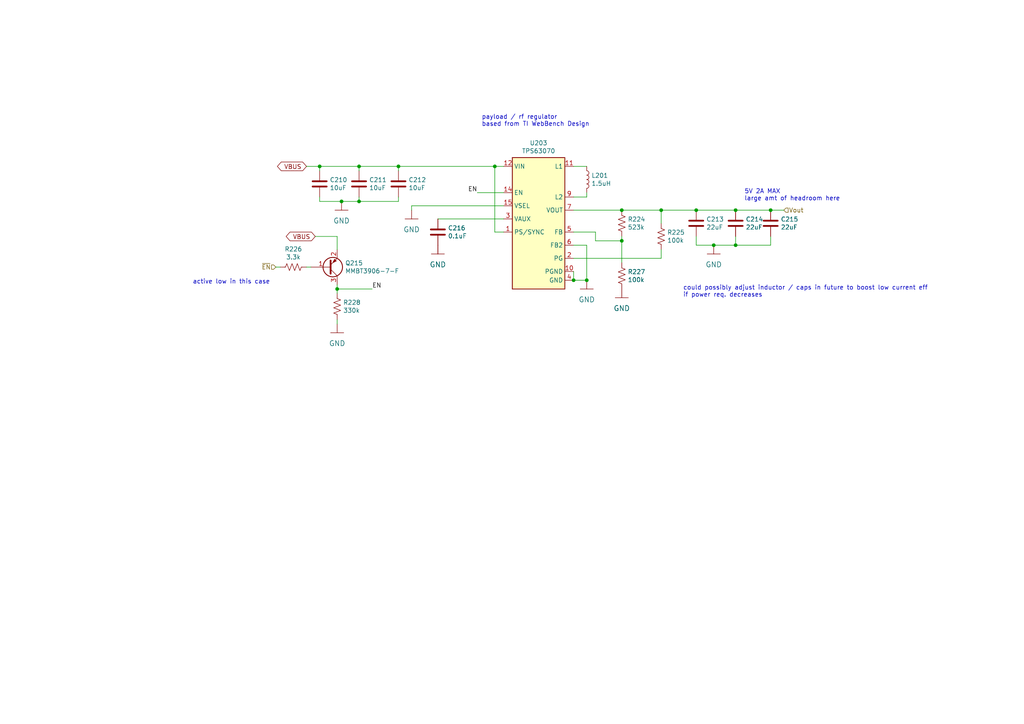
<source format=kicad_sch>
(kicad_sch (version 20211123) (generator eeschema)
  (paper "A4")
  (lib_symbols
    (symbol "mainboard-rescue:C-Device-mainboard-rescue" (pin_numbers hide) (pin_names (offset 0.254))
      (property "Reference" "C" (at 0.635 2.54 0))
      (property "Value" "C-Device-mainboard-rescue" (at 0.635 -2.54 0))
      (symbol "C-Device-mainboard-rescue_0_1"
        (polyline (pts (xy -2.032 -0.762) (xy 2.032 -0.762)) (stroke (width 0.508)))
        (polyline (pts (xy -2.032 0.762) (xy 2.032 0.762)) (stroke (width 0.508)))
      )
      (symbol "C-Device-mainboard-rescue_1_1"
        (pin passive line (at 0 3.81 270) (length 2.794) (name "~") (number "1"))
        (pin passive line (at 0 -3.81 90) (length 2.794) (name "~") (number "2"))
      )
    )
    (symbol "mainboard-rescue:L-Device-mainboard-rescue" (pin_numbers hide) (pin_names (offset 1.016) hide)
      (property "Reference" "L" (at -1.27 0 90))
      (property "Value" "L-Device-mainboard-rescue" (at 1.905 0 90))
      (symbol "L-Device-mainboard-rescue_0_1"
        (arc (start 0 -2.54) (mid 0.635 -1.905) (end 0 -1.27))
        (arc (start 0 -1.27) (mid 0.635 -0.635) (end 0 0))
        (arc (start 0 0) (mid 0.635 0.635) (end 0 1.27))
        (arc (start 0 1.27) (mid 0.635 1.905) (end 0 2.54))
      )
      (symbol "L-Device-mainboard-rescue_1_1"
        (pin passive line (at 0 3.81 270) (length 1.27) (name "1") (number "1"))
        (pin passive line (at 0 -3.81 90) (length 1.27) (name "2") (number "2"))
      )
    )
    (symbol "mainboard-rescue:Q_PNP_BEC-Device-mainboard-rescue" (pin_names (offset 0) hide)
      (property "Reference" "Q" (at 5.08 1.27 0))
      (property "Value" "Q_PNP_BEC-Device-mainboard-rescue" (at 5.08 -1.27 0))
      (symbol "Q_PNP_BEC-Device-mainboard-rescue_0_1"
        (polyline (pts (xy 0.635 0.635) (xy 2.54 2.54)))
        (polyline (pts (xy 0.635 -0.635) (xy 2.54 -2.54) (xy 2.54 -2.54)))
        (polyline (pts (xy 0.635 1.905) (xy 0.635 -1.905) (xy 0.635 -1.905)) (stroke (width 0.508)))
        (polyline (pts (xy 2.286 -1.778) (xy 1.778 -2.286) (xy 1.27 -1.27) (xy 2.286 -1.778) (xy 2.286 -1.778)) (fill (type outline)))
        (circle (center 1.27 0) (radius 2.8194) (stroke (width 0.254)))
      )
      (symbol "Q_PNP_BEC-Device-mainboard-rescue_1_1"
        (pin input line (at -5.08 0 0) (length 5.715) (name "B") (number "1"))
        (pin passive line (at 2.54 -5.08 90) (length 2.54) (name "E") (number "2"))
        (pin passive line (at 2.54 5.08 270) (length 2.54) (name "C") (number "3"))
      )
    )
    (symbol "mainboard-rescue:R_US-Device-mainboard-rescue" (pin_numbers hide) (pin_names (offset 0))
      (property "Reference" "R" (at 2.54 0 90))
      (property "Value" "R_US-Device-mainboard-rescue" (at -2.54 0 90))
      (symbol "R_US-Device-mainboard-rescue_0_1"
        (polyline (pts (xy 0 -2.286) (xy 0 -2.54)))
        (polyline (pts (xy 0 2.286) (xy 0 2.54)))
        (polyline (pts (xy 0 -0.762) (xy 1.016 -1.143) (xy 0 -1.524) (xy -1.016 -1.905) (xy 0 -2.286)))
        (polyline (pts (xy 0 0.762) (xy 1.016 0.381) (xy 0 0) (xy -1.016 -0.381) (xy 0 -0.762)))
        (polyline (pts (xy 0 2.286) (xy 1.016 1.905) (xy 0 1.524) (xy -1.016 1.143) (xy 0 0.762)))
      )
      (symbol "R_US-Device-mainboard-rescue_1_1"
        (pin passive line (at 0 3.81 270) (length 1.27) (name "~") (number "1"))
        (pin passive line (at 0 -3.81 90) (length 1.27) (name "~") (number "2"))
      )
    )
    (symbol "mainboard:GND" (power) (pin_names (offset 1.016))
      (property "Value" "GND" (at -2.54 -2.54 0))
      (symbol "GND_1_0"
        (polyline (pts (xy -1.905 0) (xy 1.905 0)))
        (pin power_in line (at 0 2.54 270) (length 2.54) (name "GND") (number "1"))
      )
    )
    (symbol "mainboard_SLI:TPS63070"
      (property "Reference" "U" (at -7.62 13.97 0))
      (property "Value" "TPS63070" (at 2.54 13.97 0))
      (symbol "TPS63070_0_1"
        (rectangle (start -7.62 12.7) (end 7.62 -25.4) (stroke (width 0.254)) (fill (type background)))
      )
      (symbol "TPS63070_1_1"
        (pin input line (at -10.16 -8.89 0) (length 2.54) (name "PS/SYNC") (number "1"))
        (pin power_in line (at 10.16 -20.32 180) (length 2.54) (name "PGND") (number "10"))
        (pin input line (at 10.16 10.16 180) (length 2.54) (name "L1") (number "11"))
        (pin power_in line (at -10.16 10.16 0) (length 2.54) (name "VIN") (number "12"))
        (pin input line (at -10.16 2.54 0) (length 2.54) (name "EN") (number "14"))
        (pin passive line (at -10.16 -1.27 0) (length 2.54) (name "VSEL") (number "15"))
        (pin output line (at 10.16 -16.51 180) (length 2.54) (name "PG") (number "2"))
        (pin passive line (at -10.16 -5.08 0) (length 2.54) (name "VAUX") (number "3"))
        (pin power_in line (at 10.16 -22.86 180) (length 2.54) (name "GND") (number "4"))
        (pin input line (at 10.16 -8.89 180) (length 2.54) (name "FB") (number "5"))
        (pin input line (at 10.16 -12.7 180) (length 2.54) (name "FB2") (number "6"))
        (pin power_out line (at 10.16 -2.54 180) (length 2.54) (name "VOUT") (number "7"))
        (pin input line (at 10.16 1.27 180) (length 2.54) (name "L2") (number "9"))
      )
    )
  )
  (junction (at 223.52 60.96))
  (junction (at 207.01 71.12))
  (junction (at 201.93 60.96))
  (junction (at 180.34 69.85))
  (junction (at 104.14 48.26))
  (junction (at 166.37 81.28))
  (junction (at 191.77 60.96))
  (junction (at 97.79 83.82))
  (junction (at 213.36 60.96))
  (junction (at 170.18 81.28))
  (junction (at 180.34 60.96))
  (junction (at 213.36 71.12))
  (junction (at 143.51 48.26))
  (junction (at 99.06 58.42))
  (junction (at 92.71 48.26))
  (junction (at 104.14 58.42))
  (junction (at 115.57 48.26))
  (wire (pts (xy 107.95 83.82) (xy 97.79 83.82)))
  (wire (pts (xy 166.37 71.12) (xy 170.18 71.12)))
  (wire (pts (xy 97.79 93.98) (xy 97.79 92.71)))
  (wire (pts (xy 172.72 69.85) (xy 172.72 67.31)))
  (wire (pts (xy 191.77 60.96) (xy 201.93 60.96)))
  (wire (pts (xy 104.14 57.15) (xy 104.14 58.42)))
  (wire (pts (xy 213.36 71.12) (xy 213.36 68.58)))
  (wire (pts (xy 104.14 48.26) (xy 92.71 48.26)))
  (wire (pts (xy 88.9 77.47) (xy 90.17 77.47)))
  (wire (pts (xy 115.57 58.42) (xy 115.57 57.15)))
  (wire (pts (xy 92.71 49.53) (xy 92.71 48.26)))
  (wire (pts (xy 170.18 57.15) (xy 166.37 57.15)))
  (wire (pts (xy 127 63.5) (xy 146.05 63.5)))
  (wire (pts (xy 227.33 60.96) (xy 223.52 60.96)))
  (wire (pts (xy 119.38 59.69) (xy 119.38 60.96)))
  (wire (pts (xy 201.93 60.96) (xy 213.36 60.96)))
  (wire (pts (xy 172.72 67.31) (xy 166.37 67.31)))
  (wire (pts (xy 170.18 71.12) (xy 170.18 81.28)))
  (wire (pts (xy 146.05 48.26) (xy 143.51 48.26)))
  (wire (pts (xy 166.37 81.28) (xy 170.18 81.28)))
  (wire (pts (xy 191.77 60.96) (xy 191.77 64.77)))
  (wire (pts (xy 97.79 83.82) (xy 97.79 82.55)))
  (wire (pts (xy 115.57 48.26) (xy 104.14 48.26)))
  (wire (pts (xy 166.37 60.96) (xy 180.34 60.96)))
  (wire (pts (xy 180.34 69.85) (xy 180.34 76.2)))
  (wire (pts (xy 146.05 67.31) (xy 143.51 67.31)))
  (wire (pts (xy 223.52 71.12) (xy 213.36 71.12)))
  (wire (pts (xy 115.57 48.26) (xy 143.51 48.26)))
  (wire (pts (xy 115.57 49.53) (xy 115.57 48.26)))
  (wire (pts (xy 166.37 78.74) (xy 166.37 81.28)))
  (wire (pts (xy 207.01 71.12) (xy 213.36 71.12)))
  (wire (pts (xy 91.44 68.58) (xy 97.79 68.58)))
  (wire (pts (xy 143.51 48.26) (xy 143.51 67.31)))
  (wire (pts (xy 223.52 71.12) (xy 223.52 68.58)))
  (wire (pts (xy 104.14 58.42) (xy 115.57 58.42)))
  (wire (pts (xy 180.34 68.58) (xy 180.34 69.85)))
  (wire (pts (xy 201.93 68.58) (xy 201.93 71.12)))
  (wire (pts (xy 138.43 55.88) (xy 146.05 55.88)))
  (wire (pts (xy 99.06 58.42) (xy 104.14 58.42)))
  (wire (pts (xy 170.18 55.88) (xy 170.18 57.15)))
  (wire (pts (xy 166.37 74.93) (xy 191.77 74.93)))
  (wire (pts (xy 104.14 49.53) (xy 104.14 48.26)))
  (wire (pts (xy 166.37 48.26) (xy 170.18 48.26)))
  (wire (pts (xy 88.9 48.26) (xy 92.71 48.26)))
  (wire (pts (xy 81.28 77.47) (xy 80.01 77.47)))
  (wire (pts (xy 201.93 71.12) (xy 207.01 71.12)))
  (wire (pts (xy 213.36 60.96) (xy 223.52 60.96)))
  (wire (pts (xy 92.71 57.15) (xy 92.71 58.42)))
  (wire (pts (xy 97.79 83.82) (xy 97.79 85.09)))
  (wire (pts (xy 119.38 59.69) (xy 146.05 59.69)))
  (wire (pts (xy 97.79 68.58) (xy 97.79 72.39)))
  (wire (pts (xy 191.77 72.39) (xy 191.77 74.93)))
  (wire (pts (xy 92.71 58.42) (xy 99.06 58.42)))
  (wire (pts (xy 180.34 69.85) (xy 172.72 69.85)))
  (wire (pts (xy 180.34 60.96) (xy 191.77 60.96)))
  (text "active low in this case" (at 55.88 82.55 0) (effects (font (size 1.27 1.27)) (justify left bottom)))
  (text "payload / rf regulator\nbased from TI WebBench Design" (at 139.7 36.83 0) (effects (font (size 1.27 1.27)) (justify left bottom)))
  (text "5V 2A MAX\nlarge amt of headroom here" (at 215.9 58.42 0) (effects (font (size 1.27 1.27)) (justify left bottom)))
  (text "could possibly adjust inductor / caps in future to boost low current eff\nif power req. decreases" (at 198.12 86.36 0) (effects (font (size 1.27 1.27)) (justify left bottom)))
  (label "EN" (at 107.95 83.82 0))
  (label "EN" (at 138.43 55.88 180))
  (global_label "VBUS" (shape bidirectional) (at 88.9 48.26 180) (property "Intersheet References" "${INTERSHEET_REFS}" (effects hide)))
  (global_label "VBUS" (shape bidirectional) (at 91.44 68.58 180) (property "Intersheet References" "${INTERSHEET_REFS}" (effects hide)))
  (hierarchical_label "Vout" (shape input) (at 227.33 60.96 0))
  (hierarchical_label "~{EN}" (shape input) (at 80.01 77.47 180))
  (symbol (lib_id "mainboard_SLI:TPS63070") (at 156.21 58.42 0)
    (property "Reference" "U203" (at 156.21 41.4782 0))
    (property "Value" "TPS63070" (at 156.21 43.7896 0))
    (property "Footprint" "mainboard-SLI:TPS63070RNMR" (effects hide))
  )
  (symbol (lib_id "mainboard-rescue:R_US-Device-mainboard-rescue") (at 97.79 88.9 0)
    (property "Reference" "R228" (at 99.5172 87.7316 0) (effects (justify left)))
    (property "Value" "330k" (at 99.5172 90.043 0) (effects (justify left)))
    (property "Footprint" "Resistor_SMD:R_0603_1608Metric" (effects hide))
  )
  (symbol (lib_id "mainboard:GND") (at 127 73.66 0)
    (property "Reference" "#GND0118" (effects hide))
    (property "Value" "GND" (at 127 76.7334 0) (effects (font (size 1.4986 1.4986))))
  )
  (symbol (lib_id "mainboard-rescue:C-Device-mainboard-rescue") (at 127 67.31 180)
    (property "Reference" "C216" (at 129.921 66.1416 0) (effects (justify right)))
    (property "Value" "0.1uF" (at 129.921 68.453 0) (effects (justify right)))
    (property "Footprint" "Capacitor_SMD:C_0603_1608Metric" (effects hide))
  )
  (symbol (lib_id "mainboard-rescue:C-Device-mainboard-rescue") (at 115.57 53.34 0)
    (property "Reference" "C212" (at 118.491 52.1716 0) (effects (justify left)))
    (property "Value" "10uF" (at 118.491 54.483 0) (effects (justify left)))
    (property "Footprint" "Capacitor_SMD:C_0805_2012Metric" (effects hide))
  )
  (symbol (lib_id "mainboard-rescue:C-Device-mainboard-rescue") (at 104.14 53.34 0)
    (property "Reference" "C211" (at 107.061 52.1716 0) (effects (justify left)))
    (property "Value" "10uF" (at 107.061 54.483 0) (effects (justify left)))
    (property "Footprint" "Capacitor_SMD:C_0805_2012Metric" (effects hide))
  )
  (symbol (lib_id "mainboard-rescue:C-Device-mainboard-rescue") (at 92.71 53.34 0)
    (property "Reference" "C210" (at 95.631 52.1716 0) (effects (justify left)))
    (property "Value" "10uF" (at 95.631 54.483 0) (effects (justify left)))
    (property "Footprint" "Capacitor_SMD:C_0805_2012Metric" (effects hide))
  )
  (symbol (lib_id "mainboard:GND") (at 99.06 60.96 0)
    (property "Reference" "#GND0119" (effects hide))
    (property "Value" "GND" (at 99.06 64.0334 0) (effects (font (size 1.4986 1.4986))))
  )
  (symbol (lib_id "mainboard:GND") (at 119.38 63.5 0)
    (property "Reference" "#GND0125" (effects hide))
    (property "Value" "GND" (at 119.38 66.5734 0) (effects (font (size 1.4986 1.4986))))
  )
  (symbol (lib_id "mainboard-rescue:L-Device-mainboard-rescue") (at 170.18 52.07 0)
    (property "Reference" "L201" (at 171.5262 50.9016 0) (effects (justify left)))
    (property "Value" "1.5uH" (at 171.5262 53.213 0) (effects (justify left)))
    (property "Footprint" "Inductor_SMD:L_Bourns_SRN8040TA" (effects hide))
    (property "Datasheet" "SRN8040TA-1R5Y" (effects hide))
  )
  (symbol (lib_id "mainboard-rescue:R_US-Device-mainboard-rescue") (at 180.34 64.77 0)
    (property "Reference" "R224" (at 182.0672 63.6016 0) (effects (justify left)))
    (property "Value" "523k" (at 182.0672 65.913 0) (effects (justify left)))
    (property "Footprint" "Resistor_SMD:R_0603_1608Metric" (effects hide))
  )
  (symbol (lib_id "mainboard-rescue:R_US-Device-mainboard-rescue") (at 180.34 80.01 0)
    (property "Reference" "R227" (at 182.0672 78.8416 0) (effects (justify left)))
    (property "Value" "100k" (at 182.0672 81.153 0) (effects (justify left)))
    (property "Footprint" "Resistor_SMD:R_0603_1608Metric" (effects hide))
  )
  (symbol (lib_id "mainboard:GND") (at 180.34 86.36 0)
    (property "Reference" "#GND0128" (effects hide))
    (property "Value" "GND" (at 180.34 89.4334 0) (effects (font (size 1.4986 1.4986))))
  )
  (symbol (lib_id "mainboard:GND") (at 170.18 83.82 0)
    (property "Reference" "#GND0129" (effects hide))
    (property "Value" "GND" (at 170.18 86.8934 0) (effects (font (size 1.4986 1.4986))))
  )
  (symbol (lib_id "mainboard-rescue:R_US-Device-mainboard-rescue") (at 191.77 68.58 0)
    (property "Reference" "R225" (at 193.4972 67.4116 0) (effects (justify left)))
    (property "Value" "100k" (at 193.4972 69.723 0) (effects (justify left)))
    (property "Footprint" "Resistor_SMD:R_0603_1608Metric" (effects hide))
  )
  (symbol (lib_id "mainboard-rescue:C-Device-mainboard-rescue") (at 201.93 64.77 0)
    (property "Reference" "C213" (at 204.851 63.6016 0) (effects (justify left)))
    (property "Value" "22uF" (at 204.851 65.913 0) (effects (justify left)))
    (property "Footprint" "Capacitor_SMD:C_0805_2012Metric" (effects hide))
  )
  (symbol (lib_id "mainboard-rescue:C-Device-mainboard-rescue") (at 213.36 64.77 0)
    (property "Reference" "C214" (at 216.281 63.6016 0) (effects (justify left)))
    (property "Value" "22uF" (at 216.281 65.913 0) (effects (justify left)))
    (property "Footprint" "Capacitor_SMD:C_0805_2012Metric" (effects hide))
  )
  (symbol (lib_id "mainboard:GND") (at 207.01 73.66 0)
    (property "Reference" "#GND0130" (effects hide))
    (property "Value" "GND" (at 207.01 76.7334 0) (effects (font (size 1.4986 1.4986))))
  )
  (symbol (lib_id "mainboard-rescue:C-Device-mainboard-rescue") (at 223.52 64.77 0)
    (property "Reference" "C215" (at 226.441 63.6016 0) (effects (justify left)))
    (property "Value" "22uF" (at 226.441 65.913 0) (effects (justify left)))
    (property "Footprint" "Capacitor_SMD:C_0805_2012Metric" (effects hide))
  )
  (symbol (lib_id "mainboard-rescue:Q_PNP_BEC-Device-mainboard-rescue") (at 95.25 77.47 0) (mirror x)
    (property "Reference" "Q215" (at 100.1014 76.3016 0) (effects (justify left)))
    (property "Value" "MMBT3906-7-F" (at 100.1014 78.613 0) (effects (justify left)))
    (property "Footprint" "Package_TO_SOT_SMD:SOT-23" (effects hide))
    (property "Datasheet" "MMBT3906-7-F" (effects hide))
  )
  (symbol (lib_id "mainboard:GND") (at 97.79 96.52 0)
    (property "Reference" "#GND0131" (effects hide))
    (property "Value" "GND" (at 97.79 99.5934 0) (effects (font (size 1.4986 1.4986))))
  )
  (symbol (lib_id "mainboard-rescue:R_US-Device-mainboard-rescue") (at 85.09 77.47 270)
    (property "Reference" "R226" (at 85.09 72.263 90))
    (property "Value" "3.3k" (at 85.09 74.5744 90))
    (property "Footprint" "Resistor_SMD:R_0603_1608Metric" (effects hide))
  )
)
</source>
